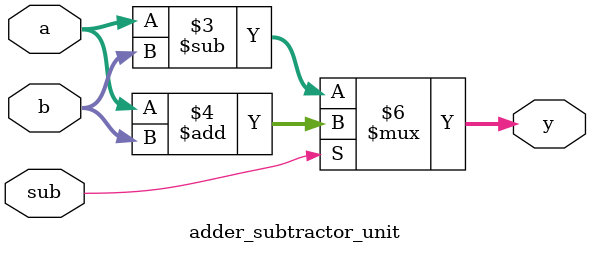
<source format=sv>
module adder_subtractor_unit #(
    parameter WIDTH = 8
)(
    input  logic signed [WIDTH-1:0] a,
    input  logic signed [WIDTH-1:0] b,
    input  logic                    sub,  // 1 = add, 0 = subtract
    output logic signed [WIDTH-1:0] y
);
    always_comb begin
        if (!sub)
            y = a - b;
        else
            y = a + b;
    end
endmodule

</source>
